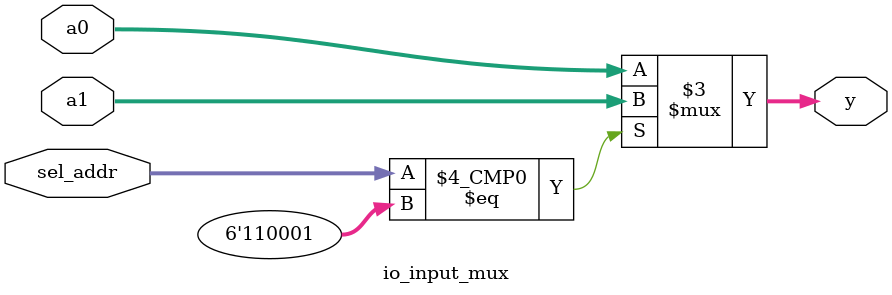
<source format=v>
module io_input_reg (addr,io_clk,io_read_data,in_port0,in_port1);  
	input  [31:0]  addr; 
	input          io_clk; 
	input  [31:0]  in_port0,in_port1; 
	
	output [31:0]  io_read_data;  
	
	reg    [31:0]  in_reg0;     // input port0 
	reg    [31:0]  in_reg1;     // input port1  
	
	io_input_mux io_imput_mux2x32(in_reg0,in_reg1,addr[7:2],io_read_data);  
	
	always @(posedge io_clk)  
	begin           
		in_reg0 <= in_port0;   // 输入端口在 io_clk 上升沿时进行数据锁存           
		in_reg1 <= in_port1;   // 输入端口在 io_clk 上升沿时进行数据锁存  
		// more ports，可根据需要设计更多的输入端口。  
	end 
	
endmodule   


module io_input_mux(a0,a1,sel_addr,y);     
	input   [31:0]  a0,a1;     
	input   [ 5:0]  sel_addr;  
   
	output  [31:0]  y;  
   
	reg     [31:0]  y;    
	
	always @ *     
	case (sel_addr)  
       6'b110000: y = a0;        
		 6'b110001: y = a1;    
		 default: y = a0;
		 // more ports，可根据需要设计更多的端口。         
	endcase
		 
endmodule   
</source>
